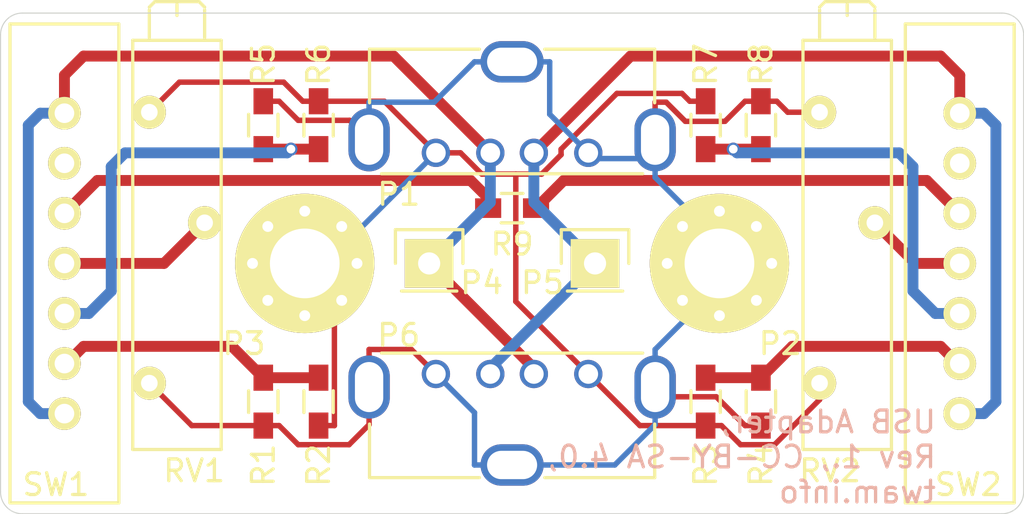
<source format=kicad_pcb>
(kicad_pcb (version 20171130) (host pcbnew "(5.1.12)-1")

  (general
    (thickness 1.6)
    (drawings 11)
    (tracks 147)
    (zones 0)
    (modules 19)
    (nets 15)
  )

  (page A4)
  (title_block
    (title "USB Adapter")
    (date 2016-04-20)
    (rev 1)
    (comment 1 "Grid Origin: 150, 100")
    (comment 4 "License: CC-BY-SA 4.0")
  )

  (layers
    (0 F.Cu signal)
    (31 B.Cu signal)
    (32 B.Adhes user hide)
    (33 F.Adhes user hide)
    (34 B.Paste user hide)
    (35 F.Paste user hide)
    (36 B.SilkS user hide)
    (37 F.SilkS user hide)
    (38 B.Mask user hide)
    (39 F.Mask user hide)
    (40 Dwgs.User user hide)
    (41 Cmts.User user hide)
    (42 Eco1.User user hide)
    (43 Eco2.User user hide)
    (44 Edge.Cuts user)
    (45 Margin user hide)
    (46 B.CrtYd user hide)
    (47 F.CrtYd user hide)
    (48 B.Fab user hide)
    (49 F.Fab user hide)
  )

  (setup
    (last_trace_width 0.25)
    (user_trace_width 0.5)
    (user_trace_width 1)
    (user_trace_width 2)
    (trace_clearance 0.15)
    (zone_clearance 0.2)
    (zone_45_only no)
    (trace_min 0.15)
    (via_size 0.6)
    (via_drill 0.4)
    (via_min_size 0.6)
    (via_min_drill 0.3)
    (uvia_size 0.3)
    (uvia_drill 0.1)
    (uvias_allowed no)
    (uvia_min_size 0.2)
    (uvia_min_drill 0.1)
    (edge_width 0.15)
    (segment_width 0.2)
    (pcb_text_width 0.3)
    (pcb_text_size 1.5 1.5)
    (mod_edge_width 0.15)
    (mod_text_size 1 1)
    (mod_text_width 0.15)
    (pad_size 2.2352 2.2352)
    (pad_drill 1.016)
    (pad_to_mask_clearance 0.2)
    (aux_axis_origin 0 0)
    (grid_origin 150 100)
    (visible_elements 7FFFFFFF)
    (pcbplotparams
      (layerselection 0x010fc_ffffffff)
      (usegerberextensions false)
      (usegerberattributes true)
      (usegerberadvancedattributes true)
      (creategerberjobfile true)
      (excludeedgelayer true)
      (linewidth 0.100000)
      (plotframeref false)
      (viasonmask false)
      (mode 1)
      (useauxorigin false)
      (hpglpennumber 1)
      (hpglpenspeed 20)
      (hpglpendiameter 15.000000)
      (psnegative false)
      (psa4output false)
      (plotreference true)
      (plotvalue true)
      (plotinvisibletext false)
      (padsonsilk false)
      (subtractmaskfromsilk false)
      (outputformat 1)
      (mirror false)
      (drillshape 0)
      (scaleselection 1)
      (outputdirectory "Gerber/"))
  )

  (net 0 "")
  (net 1 VCC)
  (net 2 /D-)
  (net 3 /D+)
  (net 4 GND)
  (net 5 "Net-(R1-Pad1)")
  (net 6 "Net-(R3-Pad1)")
  (net 7 "Net-(R5-Pad1)")
  (net 8 "Net-(R7-Pad1)")
  (net 9 "Net-(RV1-Pad2)")
  (net 10 "Net-(RV2-Pad2)")
  (net 11 "Net-(SW1-Pad1)")
  (net 12 "Net-(SW2-Pad1)")
  (net 13 "Net-(R9-Pad1)")
  (net 14 "Net-(R9-Pad2)")

  (net_class Default "This is the default net class."
    (clearance 0.15)
    (trace_width 0.25)
    (via_dia 0.6)
    (via_drill 0.4)
    (uvia_dia 0.3)
    (uvia_drill 0.1)
    (add_net /D+)
    (add_net /D-)
    (add_net GND)
    (add_net "Net-(R1-Pad1)")
    (add_net "Net-(R3-Pad1)")
    (add_net "Net-(R5-Pad1)")
    (add_net "Net-(R7-Pad1)")
    (add_net "Net-(R9-Pad1)")
    (add_net "Net-(R9-Pad2)")
    (add_net "Net-(RV1-Pad2)")
    (add_net "Net-(RV2-Pad2)")
    (add_net "Net-(SW1-Pad1)")
    (add_net "Net-(SW2-Pad1)")
    (add_net VCC)
  )

  (module Resistors_SMD:R_0603_HandSoldering (layer F.Cu) (tedit 57166897) (tstamp 57165F79)
    (at 138.57 106.35 270)
    (descr "Resistor SMD 0603, hand soldering")
    (tags "resistor 0603")
    (path /57165169)
    (attr smd)
    (fp_text reference R1 (at 2.921 0 270) (layer F.SilkS)
      (effects (font (size 1 1) (thickness 0.15)))
    )
    (fp_text value 49k9 (at 0 1.9 270) (layer F.Fab)
      (effects (font (size 1 1) (thickness 0.15)))
    )
    (fp_line (start -0.5 -0.675) (end 0.5 -0.675) (layer F.SilkS) (width 0.15))
    (fp_line (start 0.5 0.675) (end -0.5 0.675) (layer F.SilkS) (width 0.15))
    (fp_line (start 2 -0.8) (end 2 0.8) (layer F.CrtYd) (width 0.05))
    (fp_line (start -2 -0.8) (end -2 0.8) (layer F.CrtYd) (width 0.05))
    (fp_line (start -2 0.8) (end 2 0.8) (layer F.CrtYd) (width 0.05))
    (fp_line (start -2 -0.8) (end 2 -0.8) (layer F.CrtYd) (width 0.05))
    (pad 1 smd rect (at -1.1 0 270) (size 1.2 0.9) (layers F.Cu F.Paste F.Mask)
      (net 5 "Net-(R1-Pad1)"))
    (pad 2 smd rect (at 1.1 0 270) (size 1.2 0.9) (layers F.Cu F.Paste F.Mask)
      (net 4 GND))
    (model Resistors_SMD.3dshapes/R_0603_HandSoldering.wrl
      (at (xyz 0 0 0))
      (scale (xyz 1 1 1))
      (rotate (xyz 0 0 0))
    )
  )

  (module Resistors_SMD:R_0603_HandSoldering (layer F.Cu) (tedit 57166899) (tstamp 57165F7F)
    (at 141.11 106.35 90)
    (descr "Resistor SMD 0603, hand soldering")
    (tags "resistor 0603")
    (path /5716512B)
    (attr smd)
    (fp_text reference R2 (at -2.921 0 90) (layer F.SilkS)
      (effects (font (size 1 1) (thickness 0.15)))
    )
    (fp_text value 75k (at 0 1.9 90) (layer F.Fab)
      (effects (font (size 1 1) (thickness 0.15)))
    )
    (fp_line (start -0.5 -0.675) (end 0.5 -0.675) (layer F.SilkS) (width 0.15))
    (fp_line (start 0.5 0.675) (end -0.5 0.675) (layer F.SilkS) (width 0.15))
    (fp_line (start 2 -0.8) (end 2 0.8) (layer F.CrtYd) (width 0.05))
    (fp_line (start -2 -0.8) (end -2 0.8) (layer F.CrtYd) (width 0.05))
    (fp_line (start -2 0.8) (end 2 0.8) (layer F.CrtYd) (width 0.05))
    (fp_line (start -2 -0.8) (end 2 -0.8) (layer F.CrtYd) (width 0.05))
    (pad 1 smd rect (at -1.1 0 90) (size 1.2 0.9) (layers F.Cu F.Paste F.Mask)
      (net 1 VCC))
    (pad 2 smd rect (at 1.1 0 90) (size 1.2 0.9) (layers F.Cu F.Paste F.Mask)
      (net 5 "Net-(R1-Pad1)"))
    (model Resistors_SMD.3dshapes/R_0603_HandSoldering.wrl
      (at (xyz 0 0 0))
      (scale (xyz 1 1 1))
      (rotate (xyz 0 0 0))
    )
  )

  (module Resistors_SMD:R_0603_HandSoldering (layer F.Cu) (tedit 5716689C) (tstamp 57165F85)
    (at 158.89 106.35 270)
    (descr "Resistor SMD 0603, hand soldering")
    (tags "resistor 0603")
    (path /57165E72)
    (attr smd)
    (fp_text reference R3 (at 2.921 0 270) (layer F.SilkS)
      (effects (font (size 1 1) (thickness 0.15)))
    )
    (fp_text value 75k (at 0 1.9 270) (layer F.Fab)
      (effects (font (size 1 1) (thickness 0.15)))
    )
    (fp_line (start -0.5 -0.675) (end 0.5 -0.675) (layer F.SilkS) (width 0.15))
    (fp_line (start 0.5 0.675) (end -0.5 0.675) (layer F.SilkS) (width 0.15))
    (fp_line (start 2 -0.8) (end 2 0.8) (layer F.CrtYd) (width 0.05))
    (fp_line (start -2 -0.8) (end -2 0.8) (layer F.CrtYd) (width 0.05))
    (fp_line (start -2 0.8) (end 2 0.8) (layer F.CrtYd) (width 0.05))
    (fp_line (start -2 -0.8) (end 2 -0.8) (layer F.CrtYd) (width 0.05))
    (pad 1 smd rect (at -1.1 0 270) (size 1.2 0.9) (layers F.Cu F.Paste F.Mask)
      (net 6 "Net-(R3-Pad1)"))
    (pad 2 smd rect (at 1.1 0 270) (size 1.2 0.9) (layers F.Cu F.Paste F.Mask)
      (net 1 VCC))
    (model Resistors_SMD.3dshapes/R_0603_HandSoldering.wrl
      (at (xyz 0 0 0))
      (scale (xyz 1 1 1))
      (rotate (xyz 0 0 0))
    )
  )

  (module Resistors_SMD:R_0603_HandSoldering (layer F.Cu) (tedit 5716689E) (tstamp 57165F8B)
    (at 161.43 106.35 90)
    (descr "Resistor SMD 0603, hand soldering")
    (tags "resistor 0603")
    (path /57165EB4)
    (attr smd)
    (fp_text reference R4 (at -2.921 0 90) (layer F.SilkS)
      (effects (font (size 1 1) (thickness 0.15)))
    )
    (fp_text value 49k9 (at 0 1.9 90) (layer F.Fab)
      (effects (font (size 1 1) (thickness 0.15)))
    )
    (fp_line (start -0.5 -0.675) (end 0.5 -0.675) (layer F.SilkS) (width 0.15))
    (fp_line (start 0.5 0.675) (end -0.5 0.675) (layer F.SilkS) (width 0.15))
    (fp_line (start 2 -0.8) (end 2 0.8) (layer F.CrtYd) (width 0.05))
    (fp_line (start -2 -0.8) (end -2 0.8) (layer F.CrtYd) (width 0.05))
    (fp_line (start -2 0.8) (end 2 0.8) (layer F.CrtYd) (width 0.05))
    (fp_line (start -2 -0.8) (end 2 -0.8) (layer F.CrtYd) (width 0.05))
    (pad 1 smd rect (at -1.1 0 90) (size 1.2 0.9) (layers F.Cu F.Paste F.Mask)
      (net 4 GND))
    (pad 2 smd rect (at 1.1 0 90) (size 1.2 0.9) (layers F.Cu F.Paste F.Mask)
      (net 6 "Net-(R3-Pad1)"))
    (model Resistors_SMD.3dshapes/R_0603_HandSoldering.wrl
      (at (xyz 0 0 0))
      (scale (xyz 1 1 1))
      (rotate (xyz 0 0 0))
    )
  )

  (module Resistors_SMD:R_0603_HandSoldering (layer F.Cu) (tedit 57166894) (tstamp 57165F91)
    (at 138.57 93.65 90)
    (descr "Resistor SMD 0603, hand soldering")
    (tags "resistor 0603")
    (path /571658B9)
    (attr smd)
    (fp_text reference R5 (at 2.794 0 90) (layer F.SilkS)
      (effects (font (size 1 1) (thickness 0.15)))
    )
    (fp_text value 75k (at 0 1.9 90) (layer F.Fab)
      (effects (font (size 1 1) (thickness 0.15)))
    )
    (fp_line (start -0.5 -0.675) (end 0.5 -0.675) (layer F.SilkS) (width 0.15))
    (fp_line (start 0.5 0.675) (end -0.5 0.675) (layer F.SilkS) (width 0.15))
    (fp_line (start 2 -0.8) (end 2 0.8) (layer F.CrtYd) (width 0.05))
    (fp_line (start -2 -0.8) (end -2 0.8) (layer F.CrtYd) (width 0.05))
    (fp_line (start -2 0.8) (end 2 0.8) (layer F.CrtYd) (width 0.05))
    (fp_line (start -2 -0.8) (end 2 -0.8) (layer F.CrtYd) (width 0.05))
    (pad 1 smd rect (at -1.1 0 90) (size 1.2 0.9) (layers F.Cu F.Paste F.Mask)
      (net 7 "Net-(R5-Pad1)"))
    (pad 2 smd rect (at 1.1 0 90) (size 1.2 0.9) (layers F.Cu F.Paste F.Mask)
      (net 4 GND))
    (model Resistors_SMD.3dshapes/R_0603_HandSoldering.wrl
      (at (xyz 0 0 0))
      (scale (xyz 1 1 1))
      (rotate (xyz 0 0 0))
    )
  )

  (module Resistors_SMD:R_0603_HandSoldering (layer F.Cu) (tedit 57166891) (tstamp 57165F97)
    (at 141.11 93.65 270)
    (descr "Resistor SMD 0603, hand soldering")
    (tags "resistor 0603")
    (path /571658E5)
    (attr smd)
    (fp_text reference R6 (at -2.794 0 270) (layer F.SilkS)
      (effects (font (size 1 1) (thickness 0.15)))
    )
    (fp_text value 59k (at 0 1.9 270) (layer F.Fab)
      (effects (font (size 1 1) (thickness 0.15)))
    )
    (fp_line (start -0.5 -0.675) (end 0.5 -0.675) (layer F.SilkS) (width 0.15))
    (fp_line (start 0.5 0.675) (end -0.5 0.675) (layer F.SilkS) (width 0.15))
    (fp_line (start 2 -0.8) (end 2 0.8) (layer F.CrtYd) (width 0.05))
    (fp_line (start -2 -0.8) (end -2 0.8) (layer F.CrtYd) (width 0.05))
    (fp_line (start -2 0.8) (end 2 0.8) (layer F.CrtYd) (width 0.05))
    (fp_line (start -2 -0.8) (end 2 -0.8) (layer F.CrtYd) (width 0.05))
    (pad 1 smd rect (at -1.1 0 270) (size 1.2 0.9) (layers F.Cu F.Paste F.Mask)
      (net 1 VCC))
    (pad 2 smd rect (at 1.1 0 270) (size 1.2 0.9) (layers F.Cu F.Paste F.Mask)
      (net 7 "Net-(R5-Pad1)"))
    (model Resistors_SMD.3dshapes/R_0603_HandSoldering.wrl
      (at (xyz 0 0 0))
      (scale (xyz 1 1 1))
      (rotate (xyz 0 0 0))
    )
  )

  (module Resistors_SMD:R_0603_HandSoldering (layer F.Cu) (tedit 5716688C) (tstamp 57165F9D)
    (at 158.89 93.65 90)
    (descr "Resistor SMD 0603, hand soldering")
    (tags "resistor 0603")
    (path /57165CD8)
    (attr smd)
    (fp_text reference R7 (at 2.794 0 90) (layer F.SilkS)
      (effects (font (size 1 1) (thickness 0.15)))
    )
    (fp_text value 59k (at 0 1.9 90) (layer F.Fab)
      (effects (font (size 1 1) (thickness 0.15)))
    )
    (fp_line (start -0.5 -0.675) (end 0.5 -0.675) (layer F.SilkS) (width 0.15))
    (fp_line (start 0.5 0.675) (end -0.5 0.675) (layer F.SilkS) (width 0.15))
    (fp_line (start 2 -0.8) (end 2 0.8) (layer F.CrtYd) (width 0.05))
    (fp_line (start -2 -0.8) (end -2 0.8) (layer F.CrtYd) (width 0.05))
    (fp_line (start -2 0.8) (end 2 0.8) (layer F.CrtYd) (width 0.05))
    (fp_line (start -2 -0.8) (end 2 -0.8) (layer F.CrtYd) (width 0.05))
    (pad 1 smd rect (at -1.1 0 90) (size 1.2 0.9) (layers F.Cu F.Paste F.Mask)
      (net 8 "Net-(R7-Pad1)"))
    (pad 2 smd rect (at 1.1 0 90) (size 1.2 0.9) (layers F.Cu F.Paste F.Mask)
      (net 1 VCC))
    (model Resistors_SMD.3dshapes/R_0603_HandSoldering.wrl
      (at (xyz 0 0 0))
      (scale (xyz 1 1 1))
      (rotate (xyz 0 0 0))
    )
  )

  (module Resistors_SMD:R_0603_HandSoldering (layer F.Cu) (tedit 5716688F) (tstamp 57165FA3)
    (at 161.43 93.65 270)
    (descr "Resistor SMD 0603, hand soldering")
    (tags "resistor 0603")
    (path /57165D0A)
    (attr smd)
    (fp_text reference R8 (at -2.794 0 270) (layer F.SilkS)
      (effects (font (size 1 1) (thickness 0.15)))
    )
    (fp_text value 75k (at 0 1.9 270) (layer F.Fab)
      (effects (font (size 1 1) (thickness 0.15)))
    )
    (fp_line (start -0.5 -0.675) (end 0.5 -0.675) (layer F.SilkS) (width 0.15))
    (fp_line (start 0.5 0.675) (end -0.5 0.675) (layer F.SilkS) (width 0.15))
    (fp_line (start 2 -0.8) (end 2 0.8) (layer F.CrtYd) (width 0.05))
    (fp_line (start -2 -0.8) (end -2 0.8) (layer F.CrtYd) (width 0.05))
    (fp_line (start -2 0.8) (end 2 0.8) (layer F.CrtYd) (width 0.05))
    (fp_line (start -2 -0.8) (end 2 -0.8) (layer F.CrtYd) (width 0.05))
    (pad 1 smd rect (at -1.1 0 270) (size 1.2 0.9) (layers F.Cu F.Paste F.Mask)
      (net 4 GND))
    (pad 2 smd rect (at 1.1 0 270) (size 1.2 0.9) (layers F.Cu F.Paste F.Mask)
      (net 8 "Net-(R7-Pad1)"))
    (model Resistors_SMD.3dshapes/R_0603_HandSoldering.wrl
      (at (xyz 0 0 0))
      (scale (xyz 1 1 1))
      (rotate (xyz 0 0 0))
    )
  )

  (module Misc:MOLEX_105057-0001 (layer F.Cu) (tedit 571668CA) (tstamp 57165F59)
    (at 150 94.92)
    (path /571641A6)
    (fp_text reference P1 (at -5.207 1.905) (layer F.SilkS)
      (effects (font (size 1 1) (thickness 0.15)))
    )
    (fp_text value USB_A (at 0 -6.35) (layer F.Fab)
      (effects (font (size 1 1) (thickness 0.15)))
    )
    (fp_line (start -6.55 -4.76) (end -1.5 -4.76) (layer F.SilkS) (width 0.15))
    (fp_line (start 6.55 -4.76) (end 6.55 -2.3) (layer F.SilkS) (width 0.15))
    (fp_line (start -6 0.96) (end 6 0.96) (layer F.SilkS) (width 0.15))
    (fp_line (start -6.55 -4.76) (end -6.55 -2.3) (layer F.SilkS) (width 0.15))
    (fp_line (start 6.55 -4.76) (end 1.5 -4.76) (layer F.SilkS) (width 0.15))
    (fp_line (start -7.6 -5.2) (end 7.6 -5.2) (layer F.CrtYd) (width 0.05))
    (fp_line (start 7.6 1.05) (end 7.6 -5.2) (layer F.CrtYd) (width 0.05))
    (fp_line (start -7.6 1.05) (end 7.6 1.05) (layer F.CrtYd) (width 0.05))
    (fp_line (start -7.6 -5.2) (end -7.6 1.05) (layer F.CrtYd) (width 0.05))
    (pad 1 thru_hole circle (at -3.5 0) (size 1.3 1.3) (drill 0.9) (layers *.Cu *.Mask)
      (net 1 VCC))
    (pad 2 thru_hole circle (at -1 0) (size 1.3 1.3) (drill 0.9) (layers *.Cu *.Mask)
      (net 2 /D-))
    (pad 3 thru_hole circle (at 1 0) (size 1.3 1.3) (drill 0.9) (layers *.Cu *.Mask)
      (net 3 /D+))
    (pad 4 thru_hole circle (at 3.5 0) (size 1.3 1.3) (drill 0.9) (layers *.Cu *.Mask)
      (net 4 GND))
    (pad 5 thru_hole oval (at -6.57 -0.6) (size 1.9 2.9) (drill oval 1.3 2.3) (layers *.Cu *.Mask)
      (net 4 GND))
    (pad 5 thru_hole oval (at 6.57 -0.6) (size 1.9 2.9) (drill oval 1.3 2.3) (layers *.Cu *.Mask)
      (net 4 GND))
    (pad 5 thru_hole oval (at 0 -4.18) (size 2.9 1.9) (drill oval 2.3 1.3) (layers *.Cu *.Mask)
      (net 4 GND))
  )

  (module Mounting_Holes:MountingHole_3.2mm_M3_Pad_Via locked (layer F.Cu) (tedit 57166877) (tstamp 57165F66)
    (at 159.525 100)
    (descr "Mounting Hole 3.2mm, M3")
    (tags "mounting hole 3.2mm m3")
    (path /5716422A)
    (fp_text reference P2 (at 2.794 3.683) (layer F.SilkS)
      (effects (font (size 1 1) (thickness 0.15)))
    )
    (fp_text value GND (at 0 4.2) (layer F.Fab)
      (effects (font (size 1 1) (thickness 0.15)))
    )
    (fp_circle (center 0 0) (end 3.45 0) (layer F.CrtYd) (width 0.05))
    (fp_circle (center 0 0) (end 3.2 0) (layer Cmts.User) (width 0.15))
    (pad 1 thru_hole circle (at 0 0) (size 6.4 6.4) (drill 3.2) (layers *.Cu *.Mask F.SilkS)
      (net 4 GND))
    (pad "" thru_hole circle (at 2.4 0) (size 0.6 0.6) (drill 0.5) (layers *.Cu *.Mask))
    (pad "" thru_hole circle (at 1.697056 1.697056) (size 0.6 0.6) (drill 0.5) (layers *.Cu *.Mask))
    (pad "" thru_hole circle (at 0 2.4) (size 0.6 0.6) (drill 0.5) (layers *.Cu *.Mask))
    (pad "" thru_hole circle (at -1.697056 1.697056) (size 0.6 0.6) (drill 0.5) (layers *.Cu *.Mask))
    (pad "" thru_hole circle (at -2.4 0) (size 0.6 0.6) (drill 0.5) (layers *.Cu *.Mask))
    (pad "" thru_hole circle (at -1.697056 -1.697056) (size 0.6 0.6) (drill 0.5) (layers *.Cu *.Mask))
    (pad "" thru_hole circle (at 0 -2.4) (size 0.6 0.6) (drill 0.5) (layers *.Cu *.Mask))
    (pad "" thru_hole circle (at 1.697056 -1.697056) (size 0.6 0.6) (drill 0.5) (layers *.Cu *.Mask))
  )

  (module Mounting_Holes:MountingHole_3.2mm_M3_Pad_Via locked (layer F.Cu) (tedit 57166870) (tstamp 57165F73)
    (at 140.475 100)
    (descr "Mounting Hole 3.2mm, M3")
    (tags "mounting hole 3.2mm m3")
    (path /571641F9)
    (fp_text reference P3 (at -2.794 3.683) (layer F.SilkS)
      (effects (font (size 1 1) (thickness 0.15)))
    )
    (fp_text value 5V (at 0 4.2) (layer F.Fab)
      (effects (font (size 1 1) (thickness 0.15)))
    )
    (fp_circle (center 0 0) (end 3.45 0) (layer F.CrtYd) (width 0.05))
    (fp_circle (center 0 0) (end 3.2 0) (layer Cmts.User) (width 0.15))
    (pad 1 thru_hole circle (at 0 0) (size 6.4 6.4) (drill 3.2) (layers *.Cu *.Mask F.SilkS)
      (net 1 VCC))
    (pad "" thru_hole circle (at 2.4 0) (size 0.6 0.6) (drill 0.5) (layers *.Cu *.Mask))
    (pad "" thru_hole circle (at 1.697056 1.697056) (size 0.6 0.6) (drill 0.5) (layers *.Cu *.Mask))
    (pad "" thru_hole circle (at 0 2.4) (size 0.6 0.6) (drill 0.5) (layers *.Cu *.Mask))
    (pad "" thru_hole circle (at -1.697056 1.697056) (size 0.6 0.6) (drill 0.5) (layers *.Cu *.Mask))
    (pad "" thru_hole circle (at -2.4 0) (size 0.6 0.6) (drill 0.5) (layers *.Cu *.Mask))
    (pad "" thru_hole circle (at -1.697056 -1.697056) (size 0.6 0.6) (drill 0.5) (layers *.Cu *.Mask))
    (pad "" thru_hole circle (at 0 -2.4) (size 0.6 0.6) (drill 0.5) (layers *.Cu *.Mask))
    (pad "" thru_hole circle (at 1.697056 -1.697056) (size 0.6 0.6) (drill 0.5) (layers *.Cu *.Mask))
  )

  (module Potentiometers:Potentiometer_Bourns_3006P_Angular_ScrewFront (layer F.Cu) (tedit 57166844) (tstamp 57165FAA)
    (at 133.335 105.5 270)
    (descr "3/4, Rectangular, Trimpot, Trimming, Potentiometer, Bourns, 3006")
    (tags "3/4, Rectangular, Trimpot, Trimming, Potentiometer, Bourns, 3006")
    (path /57165191)
    (fp_text reference RV1 (at 4.025 -2.06) (layer F.SilkS)
      (effects (font (size 1 1) (thickness 0.15)))
    )
    (fp_text value 100k (at -6.35 3.81 270) (layer F.Fab)
      (effects (font (size 1 1) (thickness 0.15)))
    )
    (fp_line (start 3.048 -3.302) (end -15.748 -3.302) (layer F.SilkS) (width 0.15))
    (fp_line (start -15.748 0.762) (end 3.048 0.762) (layer F.SilkS) (width 0.15))
    (fp_line (start 3.048 0.762) (end 3.048 -3.302) (layer F.SilkS) (width 0.15))
    (fp_line (start -15.748 0.762) (end -15.748 -3.302) (layer F.SilkS) (width 0.15))
    (fp_line (start -17.399 -1.27) (end -16.891 -1.27) (layer F.SilkS) (width 0.15))
    (fp_line (start -15.875 0) (end -17.145 0) (layer F.SilkS) (width 0.15))
    (fp_line (start -15.875 -2.54) (end -17.145 -2.54) (layer F.SilkS) (width 0.15))
    (fp_line (start -17.526 -0.254) (end -17.272 0) (layer F.SilkS) (width 0.15))
    (fp_line (start -17.526 -1.27) (end -17.526 -0.254) (layer F.SilkS) (width 0.15))
    (fp_line (start -17.526 -2.286) (end -17.526 -1.27) (layer F.SilkS) (width 0.15))
    (fp_line (start -17.272 -2.54) (end -17.526 -2.286) (layer F.SilkS) (width 0.15))
    (pad 3 thru_hole circle (at -12.446 0 270) (size 1.524 1.524) (drill 0.762) (layers *.Cu *.Mask F.SilkS)
      (net 1 VCC))
    (pad 2 thru_hole circle (at -7.366 -2.54 270) (size 1.524 1.524) (drill 0.762) (layers *.Cu *.Mask F.SilkS)
      (net 9 "Net-(RV1-Pad2)"))
    (pad 1 thru_hole circle (at 0 0 270) (size 1.524 1.524) (drill 0.762) (layers *.Cu *.Mask F.SilkS)
      (net 4 GND))
    (model Potentiometers.3dshapes/Potentiometer_Bourns_3006P_Angular_ScrewFront.wrl
      (at (xyz 0 0 0))
      (scale (xyz 1 1 1))
      (rotate (xyz 0 0 0))
    )
  )

  (module Potentiometers:Potentiometer_Bourns_3006P_Angular_ScrewFront (layer F.Cu) (tedit 57166841) (tstamp 57165FB1)
    (at 164.125 105.5 270)
    (descr "3/4, Rectangular, Trimpot, Trimming, Potentiometer, Bourns, 3006")
    (tags "3/4, Rectangular, Trimpot, Trimming, Potentiometer, Bourns, 3006")
    (path /57165BB9)
    (fp_text reference RV2 (at 4.025 -0.48) (layer F.SilkS)
      (effects (font (size 1 1) (thickness 0.15)))
    )
    (fp_text value 100k (at -6.35 3.81 270) (layer F.Fab)
      (effects (font (size 1 1) (thickness 0.15)))
    )
    (fp_line (start 3.048 -3.302) (end -15.748 -3.302) (layer F.SilkS) (width 0.15))
    (fp_line (start -15.748 0.762) (end 3.048 0.762) (layer F.SilkS) (width 0.15))
    (fp_line (start 3.048 0.762) (end 3.048 -3.302) (layer F.SilkS) (width 0.15))
    (fp_line (start -15.748 0.762) (end -15.748 -3.302) (layer F.SilkS) (width 0.15))
    (fp_line (start -17.399 -1.27) (end -16.891 -1.27) (layer F.SilkS) (width 0.15))
    (fp_line (start -15.875 0) (end -17.145 0) (layer F.SilkS) (width 0.15))
    (fp_line (start -15.875 -2.54) (end -17.145 -2.54) (layer F.SilkS) (width 0.15))
    (fp_line (start -17.526 -0.254) (end -17.272 0) (layer F.SilkS) (width 0.15))
    (fp_line (start -17.526 -1.27) (end -17.526 -0.254) (layer F.SilkS) (width 0.15))
    (fp_line (start -17.526 -2.286) (end -17.526 -1.27) (layer F.SilkS) (width 0.15))
    (fp_line (start -17.272 -2.54) (end -17.526 -2.286) (layer F.SilkS) (width 0.15))
    (pad 3 thru_hole circle (at -12.446 0 270) (size 1.524 1.524) (drill 0.762) (layers *.Cu *.Mask F.SilkS)
      (net 4 GND))
    (pad 2 thru_hole circle (at -7.366 -2.54 270) (size 1.524 1.524) (drill 0.762) (layers *.Cu *.Mask F.SilkS)
      (net 10 "Net-(RV2-Pad2)"))
    (pad 1 thru_hole circle (at 0 0 270) (size 1.524 1.524) (drill 0.762) (layers *.Cu *.Mask F.SilkS)
      (net 1 VCC))
    (model Potentiometers.3dshapes/Potentiometer_Bourns_3006P_Angular_ScrewFront.wrl
      (at (xyz 0 0 0))
      (scale (xyz 1 1 1))
      (rotate (xyz 0 0 0))
    )
  )

  (module Misc:SLB1570 (layer F.Cu) (tedit 57166847) (tstamp 57165FC4)
    (at 129.435 100 270)
    (path /571650C4)
    (fp_text reference SW1 (at 10.16 0.39) (layer F.SilkS)
      (effects (font (size 1 1) (thickness 0.15)))
    )
    (fp_text value SP5T (at 0 -3.81 270) (layer F.Fab)
      (effects (font (size 1 1) (thickness 0.15)))
    )
    (fp_line (start 11 -2.5) (end -11 -2.5) (layer F.SilkS) (width 0.15))
    (fp_line (start 11 -2.5) (end 11 2.5) (layer F.SilkS) (width 0.15))
    (fp_line (start -11 2.5) (end 11 2.5) (layer F.SilkS) (width 0.15))
    (fp_line (start -11 -2.5) (end -11 2.5) (layer F.SilkS) (width 0.15))
    (fp_line (start -11.05 2.55) (end 11.05 2.55) (layer F.CrtYd) (width 0.05))
    (fp_line (start -11.05 -2.55) (end 11.05 -2.55) (layer F.CrtYd) (width 0.05))
    (fp_line (start -11.05 -2.55) (end -11.05 2.55) (layer F.CrtYd) (width 0.05))
    (fp_line (start 11.05 -2.55) (end 11.05 2.55) (layer F.CrtYd) (width 0.05))
    (pad C thru_hole circle (at -6.9 0 270) (size 1.5 1.5) (drill 0.9) (layers *.Cu *.Mask F.SilkS)
      (net 2 /D-))
    (pad 1 thru_hole circle (at -4.6 0 270) (size 1.5 1.5) (drill 0.9) (layers *.Cu *.Mask F.SilkS)
      (net 11 "Net-(SW1-Pad1)"))
    (pad 2 thru_hole circle (at -2.3 0 270) (size 1.5 1.5) (drill 0.9) (layers *.Cu *.Mask F.SilkS)
      (net 14 "Net-(R9-Pad2)"))
    (pad 3 thru_hole circle (at 0 0 270) (size 1.5 1.5) (drill 0.9) (layers *.Cu *.Mask F.SilkS)
      (net 9 "Net-(RV1-Pad2)"))
    (pad 4 thru_hole circle (at 2.3 0 270) (size 1.5 1.5) (drill 0.9) (layers *.Cu *.Mask F.SilkS)
      (net 7 "Net-(R5-Pad1)"))
    (pad 5 thru_hole circle (at 4.6 0 270) (size 1.5 1.5) (drill 0.9) (layers *.Cu *.Mask F.SilkS)
      (net 5 "Net-(R1-Pad1)"))
    (pad C thru_hole circle (at 6.9 0 270) (size 1.5 1.5) (drill 0.9) (layers *.Cu *.Mask F.SilkS)
      (net 2 /D-))
  )

  (module Misc:SLB1570 (layer F.Cu) (tedit 5716684A) (tstamp 57165FD7)
    (at 170.565 100 270)
    (path /571650FD)
    (fp_text reference SW2 (at 10.16 -0.39) (layer F.SilkS)
      (effects (font (size 1 1) (thickness 0.15)))
    )
    (fp_text value SP5T (at 0 -3.81 270) (layer F.Fab)
      (effects (font (size 1 1) (thickness 0.15)))
    )
    (fp_line (start 11 -2.5) (end -11 -2.5) (layer F.SilkS) (width 0.15))
    (fp_line (start 11 -2.5) (end 11 2.5) (layer F.SilkS) (width 0.15))
    (fp_line (start -11 2.5) (end 11 2.5) (layer F.SilkS) (width 0.15))
    (fp_line (start -11 -2.5) (end -11 2.5) (layer F.SilkS) (width 0.15))
    (fp_line (start -11.05 2.55) (end 11.05 2.55) (layer F.CrtYd) (width 0.05))
    (fp_line (start -11.05 -2.55) (end 11.05 -2.55) (layer F.CrtYd) (width 0.05))
    (fp_line (start -11.05 -2.55) (end -11.05 2.55) (layer F.CrtYd) (width 0.05))
    (fp_line (start 11.05 -2.55) (end 11.05 2.55) (layer F.CrtYd) (width 0.05))
    (pad C thru_hole circle (at -6.9 0 270) (size 1.5 1.5) (drill 0.9) (layers *.Cu *.Mask F.SilkS)
      (net 3 /D+))
    (pad 1 thru_hole circle (at -4.6 0 270) (size 1.5 1.5) (drill 0.9) (layers *.Cu *.Mask F.SilkS)
      (net 12 "Net-(SW2-Pad1)"))
    (pad 2 thru_hole circle (at -2.3 0 270) (size 1.5 1.5) (drill 0.9) (layers *.Cu *.Mask F.SilkS)
      (net 13 "Net-(R9-Pad1)"))
    (pad 3 thru_hole circle (at 0 0 270) (size 1.5 1.5) (drill 0.9) (layers *.Cu *.Mask F.SilkS)
      (net 10 "Net-(RV2-Pad2)"))
    (pad 4 thru_hole circle (at 2.3 0 270) (size 1.5 1.5) (drill 0.9) (layers *.Cu *.Mask F.SilkS)
      (net 8 "Net-(R7-Pad1)"))
    (pad 5 thru_hole circle (at 4.6 0 270) (size 1.5 1.5) (drill 0.9) (layers *.Cu *.Mask F.SilkS)
      (net 6 "Net-(R3-Pad1)"))
    (pad C thru_hole circle (at 6.9 0 270) (size 1.5 1.5) (drill 0.9) (layers *.Cu *.Mask F.SilkS)
      (net 3 /D+))
  )

  (module Resistors_SMD:R_0603_HandSoldering (layer F.Cu) (tedit 5716687D) (tstamp 57166CE3)
    (at 150 97.46 180)
    (descr "Resistor SMD 0603, hand soldering")
    (tags "resistor 0603")
    (path /57166EE6)
    (attr smd)
    (fp_text reference R9 (at 0 -1.651 180) (layer F.SilkS)
      (effects (font (size 1 1) (thickness 0.15)))
    )
    (fp_text value 0R (at 0 1.9 180) (layer F.Fab)
      (effects (font (size 1 1) (thickness 0.15)))
    )
    (fp_line (start -0.5 -0.675) (end 0.5 -0.675) (layer F.SilkS) (width 0.15))
    (fp_line (start 0.5 0.675) (end -0.5 0.675) (layer F.SilkS) (width 0.15))
    (fp_line (start 2 -0.8) (end 2 0.8) (layer F.CrtYd) (width 0.05))
    (fp_line (start -2 -0.8) (end -2 0.8) (layer F.CrtYd) (width 0.05))
    (fp_line (start -2 0.8) (end 2 0.8) (layer F.CrtYd) (width 0.05))
    (fp_line (start -2 -0.8) (end 2 -0.8) (layer F.CrtYd) (width 0.05))
    (pad 1 smd rect (at -1.1 0 180) (size 1.2 0.9) (layers F.Cu F.Paste F.Mask)
      (net 13 "Net-(R9-Pad1)"))
    (pad 2 smd rect (at 1.1 0 180) (size 1.2 0.9) (layers F.Cu F.Paste F.Mask)
      (net 14 "Net-(R9-Pad2)"))
    (model Resistors_SMD.3dshapes/R_0603_HandSoldering.wrl
      (at (xyz 0 0 0))
      (scale (xyz 1 1 1))
      (rotate (xyz 0 0 0))
    )
  )

  (module Pin_Headers:Pin_Header_Straight_1x01 (layer F.Cu) (tedit 571668D8) (tstamp 57166ED6)
    (at 146.19 100)
    (descr "Through hole pin header")
    (tags "pin header")
    (path /571670AA)
    (fp_text reference P4 (at 2.413 0.889) (layer F.SilkS)
      (effects (font (size 1 1) (thickness 0.15)))
    )
    (fp_text value D- (at 0 -3.1) (layer F.Fab)
      (effects (font (size 1 1) (thickness 0.15)))
    )
    (fp_line (start -1.27 1.27) (end 1.27 1.27) (layer F.SilkS) (width 0.15))
    (fp_line (start -1.55 -1.55) (end 1.55 -1.55) (layer F.SilkS) (width 0.15))
    (fp_line (start -1.55 0) (end -1.55 -1.55) (layer F.SilkS) (width 0.15))
    (fp_line (start -1.75 1.75) (end 1.75 1.75) (layer F.CrtYd) (width 0.05))
    (fp_line (start -1.75 -1.75) (end 1.75 -1.75) (layer F.CrtYd) (width 0.05))
    (fp_line (start 1.75 -1.75) (end 1.75 1.75) (layer F.CrtYd) (width 0.05))
    (fp_line (start -1.75 -1.75) (end -1.75 1.75) (layer F.CrtYd) (width 0.05))
    (fp_line (start 1.55 -1.55) (end 1.55 0) (layer F.SilkS) (width 0.15))
    (pad 1 thru_hole rect (at 0 0) (size 2.2352 2.2352) (drill 1.016) (layers *.Cu *.Mask F.SilkS)
      (net 2 /D-))
    (model Pin_Headers.3dshapes/Pin_Header_Straight_1x01.wrl
      (at (xyz 0 0 0))
      (scale (xyz 1 1 1))
      (rotate (xyz 0 0 90))
    )
  )

  (module Pin_Headers:Pin_Header_Straight_1x01 (layer F.Cu) (tedit 571668DA) (tstamp 57166EDB)
    (at 153.81 100)
    (descr "Through hole pin header")
    (tags "pin header")
    (path /57167171)
    (fp_text reference P5 (at -2.413 0.889) (layer F.SilkS)
      (effects (font (size 1 1) (thickness 0.15)))
    )
    (fp_text value D+ (at 0 -3.1) (layer F.Fab)
      (effects (font (size 1 1) (thickness 0.15)))
    )
    (fp_line (start -1.27 1.27) (end 1.27 1.27) (layer F.SilkS) (width 0.15))
    (fp_line (start -1.55 -1.55) (end 1.55 -1.55) (layer F.SilkS) (width 0.15))
    (fp_line (start -1.55 0) (end -1.55 -1.55) (layer F.SilkS) (width 0.15))
    (fp_line (start -1.75 1.75) (end 1.75 1.75) (layer F.CrtYd) (width 0.05))
    (fp_line (start -1.75 -1.75) (end 1.75 -1.75) (layer F.CrtYd) (width 0.05))
    (fp_line (start 1.75 -1.75) (end 1.75 1.75) (layer F.CrtYd) (width 0.05))
    (fp_line (start -1.75 -1.75) (end -1.75 1.75) (layer F.CrtYd) (width 0.05))
    (fp_line (start 1.55 -1.55) (end 1.55 0) (layer F.SilkS) (width 0.15))
    (pad 1 thru_hole rect (at 0 0) (size 2.2352 2.2352) (drill 1.016) (layers *.Cu *.Mask F.SilkS)
      (net 3 /D+))
    (model Pin_Headers.3dshapes/Pin_Header_Straight_1x01.wrl
      (at (xyz 0 0 0))
      (scale (xyz 1 1 1))
      (rotate (xyz 0 0 90))
    )
  )

  (module Misc:MOLEX_105057-0001 (layer F.Cu) (tedit 571668C9) (tstamp 57167196)
    (at 150 105.08 180)
    (path /5716772C)
    (fp_text reference P6 (at 5.207 1.778 180) (layer F.SilkS)
      (effects (font (size 1 1) (thickness 0.15)))
    )
    (fp_text value USB_A (at 0 -6.35 180) (layer F.Fab)
      (effects (font (size 1 1) (thickness 0.15)))
    )
    (fp_line (start -6.55 -4.76) (end -1.5 -4.76) (layer F.SilkS) (width 0.15))
    (fp_line (start 6.55 -4.76) (end 6.55 -2.3) (layer F.SilkS) (width 0.15))
    (fp_line (start -6 0.96) (end 6 0.96) (layer F.SilkS) (width 0.15))
    (fp_line (start -6.55 -4.76) (end -6.55 -2.3) (layer F.SilkS) (width 0.15))
    (fp_line (start 6.55 -4.76) (end 1.5 -4.76) (layer F.SilkS) (width 0.15))
    (fp_line (start -7.6 -5.2) (end 7.6 -5.2) (layer F.CrtYd) (width 0.05))
    (fp_line (start 7.6 1.05) (end 7.6 -5.2) (layer F.CrtYd) (width 0.05))
    (fp_line (start -7.6 1.05) (end 7.6 1.05) (layer F.CrtYd) (width 0.05))
    (fp_line (start -7.6 -5.2) (end -7.6 1.05) (layer F.CrtYd) (width 0.05))
    (pad 1 thru_hole circle (at -3.5 0 180) (size 1.3 1.3) (drill 0.9) (layers *.Cu *.Mask)
      (net 1 VCC))
    (pad 2 thru_hole circle (at -1 0 180) (size 1.3 1.3) (drill 0.9) (layers *.Cu *.Mask)
      (net 2 /D-))
    (pad 3 thru_hole circle (at 1 0 180) (size 1.3 1.3) (drill 0.9) (layers *.Cu *.Mask)
      (net 3 /D+))
    (pad 4 thru_hole circle (at 3.5 0 180) (size 1.3 1.3) (drill 0.9) (layers *.Cu *.Mask)
      (net 4 GND))
    (pad 5 thru_hole oval (at -6.57 -0.6 180) (size 1.9 2.9) (drill oval 1.3 2.3) (layers *.Cu *.Mask)
      (net 4 GND))
    (pad 5 thru_hole oval (at 6.57 -0.6 180) (size 1.9 2.9) (drill oval 1.3 2.3) (layers *.Cu *.Mask)
      (net 4 GND))
    (pad 5 thru_hole oval (at 0 -4.18 180) (size 2.9 1.9) (drill oval 2.3 1.3) (layers *.Cu *.Mask)
      (net 4 GND))
  )

  (gr_text "USB Adapter,\nRev 1., CC-BY-SA 4.0,\ntwam.info" (at 169.558 108.89) (layer B.SilkS)
    (effects (font (size 1 1) (thickness 0.15)) (justify left mirror))
  )
  (gr_arc (start 127.5 110.5) (end 127.5 111.5) (angle 90) (layer Edge.Cuts) (width 0.05))
  (gr_arc (start 172.5 110.5) (end 173.5 110.5) (angle 90) (layer Edge.Cuts) (width 0.05))
  (gr_arc (start 172.5 89.5) (end 172.5 88.5) (angle 90) (layer Edge.Cuts) (width 0.05))
  (gr_arc (start 127.5 89.5) (end 126.5 89.5) (angle 90) (layer Edge.Cuts) (width 0.05))
  (gr_circle (center 178.575 100) (end 178.575 103) (layer Cmts.User) (width 0.2))
  (gr_circle (center 121.425 100) (end 121.425 103) (layer Cmts.User) (width 0.2))
  (gr_line (start 172.5 88.5) (end 127.5 88.5) (angle 90) (layer Edge.Cuts) (width 0.05))
  (gr_line (start 173.5 110.5) (end 173.5 89.5) (angle 90) (layer Edge.Cuts) (width 0.05))
  (gr_line (start 127.5 111.5) (end 172.5 111.5) (angle 90) (layer Edge.Cuts) (width 0.05))
  (gr_line (start 126.5 89.5) (end 126.5 110.5) (angle 90) (layer Edge.Cuts) (width 0.05))

  (segment (start 141.11 107.45) (end 141.8369 107.45) (width 0.25) (layer F.Cu) (net 1))
  (segment (start 141.8369 107.45) (end 141.8369 102.4306) (width 0.25) (layer F.Cu) (net 1))
  (segment (start 141.8369 102.4306) (end 140.475 101.0687) (width 0.25) (layer F.Cu) (net 1))
  (segment (start 140.475 101.0687) (end 140.475 100) (width 0.25) (layer F.Cu) (net 1))
  (segment (start 150.1699 95.897) (end 148.6067 95.897) (width 0.25) (layer F.Cu) (net 1))
  (segment (start 148.6067 95.897) (end 147.6297 94.92) (width 0.25) (layer F.Cu) (net 1))
  (segment (start 147.6297 94.92) (end 146.5 94.92) (width 0.25) (layer F.Cu) (net 1))
  (segment (start 158.1631 92.55) (end 157.8037 92.1906) (width 0.25) (layer F.Cu) (net 1))
  (segment (start 157.8037 92.1906) (end 154.8146 92.1906) (width 0.25) (layer F.Cu) (net 1))
  (segment (start 154.8146 92.1906) (end 152.2501 94.7551) (width 0.25) (layer F.Cu) (net 1))
  (segment (start 152.2501 94.7551) (end 152.2501 95.0059) (width 0.25) (layer F.Cu) (net 1))
  (segment (start 152.2501 95.0059) (end 151.359 95.897) (width 0.25) (layer F.Cu) (net 1))
  (segment (start 151.359 95.897) (end 150.1699 95.897) (width 0.25) (layer F.Cu) (net 1))
  (segment (start 150.1699 95.897) (end 150.1699 101.7499) (width 0.25) (layer F.Cu) (net 1))
  (segment (start 150.1699 101.7499) (end 153.5 105.08) (width 0.25) (layer F.Cu) (net 1))
  (segment (start 153.5 105.08) (end 155.87 107.45) (width 0.25) (layer F.Cu) (net 1))
  (segment (start 155.87 107.45) (end 158.89 107.45) (width 0.25) (layer F.Cu) (net 1))
  (segment (start 158.89 107.45) (end 159.6169 107.45) (width 0.25) (layer F.Cu) (net 1))
  (segment (start 164.125 105.5) (end 164.125 106.2592) (width 0.25) (layer F.Cu) (net 1))
  (segment (start 164.125 106.2592) (end 162.0573 108.3269) (width 0.25) (layer F.Cu) (net 1))
  (segment (start 162.0573 108.3269) (end 160.4938 108.3269) (width 0.25) (layer F.Cu) (net 1))
  (segment (start 160.4938 108.3269) (end 159.6169 107.45) (width 0.25) (layer F.Cu) (net 1))
  (segment (start 158.89 92.55) (end 158.1631 92.55) (width 0.25) (layer F.Cu) (net 1))
  (segment (start 146.5 94.92) (end 144.13 92.55) (width 0.25) (layer F.Cu) (net 1))
  (segment (start 144.13 92.55) (end 141.11 92.55) (width 0.25) (layer F.Cu) (net 1))
  (segment (start 146.5 94.92) (end 141.42 100) (width 0.25) (layer B.Cu) (net 1))
  (segment (start 141.42 100) (end 140.475 100) (width 0.25) (layer B.Cu) (net 1))
  (segment (start 141.11 92.55) (end 140.3831 92.55) (width 0.25) (layer F.Cu) (net 1))
  (segment (start 140.3831 92.55) (end 139.5062 91.6731) (width 0.25) (layer F.Cu) (net 1))
  (segment (start 139.5062 91.6731) (end 134.7159 91.6731) (width 0.25) (layer F.Cu) (net 1))
  (segment (start 134.7159 91.6731) (end 133.335 93.054) (width 0.25) (layer F.Cu) (net 1))
  (segment (start 129.435 93.1) (end 129.435 91.355) (width 0.5) (layer F.Cu) (net 2))
  (segment (start 129.435 91.355) (end 130.315 90.475) (width 0.5) (layer F.Cu) (net 2))
  (segment (start 130.315 90.475) (end 144.555 90.475) (width 0.5) (layer F.Cu) (net 2))
  (segment (start 144.555 90.475) (end 149 94.92) (width 0.5) (layer F.Cu) (net 2))
  (segment (start 149 94.92) (end 149 97.19) (width 0.5) (layer B.Cu) (net 2))
  (segment (start 149 97.19) (end 146.19 100) (width 0.5) (layer B.Cu) (net 2))
  (segment (start 129.435 93.1) (end 128.325 93.1) (width 0.5) (layer B.Cu) (net 2))
  (segment (start 128.325 93.1) (end 127.775 93.65) (width 0.5) (layer B.Cu) (net 2))
  (segment (start 127.775 93.65) (end 127.775 106.35) (width 0.5) (layer B.Cu) (net 2))
  (segment (start 127.775 106.35) (end 128.325 106.9) (width 0.5) (layer B.Cu) (net 2))
  (segment (start 128.325 106.9) (end 129.435 106.9) (width 0.5) (layer B.Cu) (net 2))
  (segment (start 151 105.08) (end 151 104.81) (width 0.5) (layer F.Cu) (net 2))
  (segment (start 151 104.81) (end 146.19 100) (width 0.5) (layer F.Cu) (net 2))
  (segment (start 170.565 93.1) (end 170.565 91.355) (width 0.5) (layer F.Cu) (net 3))
  (segment (start 170.565 91.355) (end 169.685 90.475) (width 0.5) (layer F.Cu) (net 3))
  (segment (start 169.685 90.475) (end 155.445 90.475) (width 0.5) (layer F.Cu) (net 3))
  (segment (start 155.445 90.475) (end 151 94.92) (width 0.5) (layer F.Cu) (net 3))
  (segment (start 151 94.92) (end 151 97.19) (width 0.5) (layer B.Cu) (net 3))
  (segment (start 151 97.19) (end 153.81 100) (width 0.5) (layer B.Cu) (net 3))
  (segment (start 170.565 93.1) (end 171.675 93.1) (width 0.5) (layer B.Cu) (net 3))
  (segment (start 171.675 93.1) (end 172.225 93.65) (width 0.5) (layer B.Cu) (net 3))
  (segment (start 172.225 93.65) (end 172.225 106.35) (width 0.5) (layer B.Cu) (net 3))
  (segment (start 172.225 106.35) (end 171.675 106.9) (width 0.5) (layer B.Cu) (net 3))
  (segment (start 171.675 106.9) (end 170.565 106.9) (width 0.5) (layer B.Cu) (net 3))
  (segment (start 149 105.08) (end 149 104.81) (width 0.5) (layer B.Cu) (net 3))
  (segment (start 149 104.81) (end 153.81 100) (width 0.5) (layer B.Cu) (net 3))
  (segment (start 143.43 105.68) (end 143.43 103.9531) (width 0.25) (layer F.Cu) (net 4))
  (segment (start 146.5 105.08) (end 145.3731 103.9531) (width 0.25) (layer F.Cu) (net 4))
  (segment (start 145.3731 103.9531) (end 143.43 103.9531) (width 0.25) (layer F.Cu) (net 4))
  (segment (start 138.57 107.45) (end 139.2969 107.45) (width 0.25) (layer F.Cu) (net 4))
  (segment (start 143.43 105.68) (end 143.43 107.4069) (width 0.25) (layer F.Cu) (net 4))
  (segment (start 143.43 107.4069) (end 142.51 108.3269) (width 0.25) (layer F.Cu) (net 4))
  (segment (start 142.51 108.3269) (end 140.1738 108.3269) (width 0.25) (layer F.Cu) (net 4))
  (segment (start 140.1738 108.3269) (end 139.2969 107.45) (width 0.25) (layer F.Cu) (net 4))
  (segment (start 161.43 107.45) (end 160.7031 107.45) (width 0.25) (layer F.Cu) (net 4))
  (segment (start 156.57 105.68) (end 157.0171 106.1271) (width 0.25) (layer F.Cu) (net 4))
  (segment (start 157.0171 106.1271) (end 159.3802 106.1271) (width 0.25) (layer F.Cu) (net 4))
  (segment (start 159.3802 106.1271) (end 160.7031 107.45) (width 0.25) (layer F.Cu) (net 4))
  (segment (start 156.57 95.1834) (end 153.7634 95.1834) (width 0.25) (layer B.Cu) (net 4))
  (segment (start 153.7634 95.1834) (end 153.5 94.92) (width 0.25) (layer B.Cu) (net 4))
  (segment (start 156.57 95.1834) (end 156.57 96.0469) (width 0.25) (layer B.Cu) (net 4))
  (segment (start 156.57 94.32) (end 156.57 95.1834) (width 0.25) (layer B.Cu) (net 4))
  (segment (start 150 109.26) (end 148.2731 109.26) (width 0.25) (layer B.Cu) (net 4))
  (segment (start 148.2731 109.26) (end 148.2731 106.8531) (width 0.25) (layer B.Cu) (net 4))
  (segment (start 148.2731 106.8531) (end 146.5 105.08) (width 0.25) (layer B.Cu) (net 4))
  (segment (start 150 109.26) (end 154.7169 109.26) (width 0.25) (layer B.Cu) (net 4))
  (segment (start 154.7169 109.26) (end 156.57 107.4069) (width 0.25) (layer B.Cu) (net 4))
  (segment (start 156.57 105.68) (end 156.57 107.4069) (width 0.25) (layer B.Cu) (net 4))
  (segment (start 156.57 105.68) (end 156.57 103.9531) (width 0.25) (layer B.Cu) (net 4))
  (segment (start 159.525 100) (end 159.525 100.9981) (width 0.25) (layer B.Cu) (net 4))
  (segment (start 159.525 100.9981) (end 156.57 103.9531) (width 0.25) (layer B.Cu) (net 4))
  (segment (start 156.57 96.0469) (end 159.525 99.0019) (width 0.25) (layer B.Cu) (net 4))
  (segment (start 159.525 99.0019) (end 159.525 100) (width 0.25) (layer B.Cu) (net 4))
  (segment (start 133.335 105.5) (end 135.285 107.45) (width 0.25) (layer F.Cu) (net 4))
  (segment (start 135.285 107.45) (end 138.57 107.45) (width 0.25) (layer F.Cu) (net 4))
  (segment (start 138.57 92.55) (end 139.2969 92.55) (width 0.25) (layer F.Cu) (net 4))
  (segment (start 139.2969 92.55) (end 140.1738 93.4269) (width 0.25) (layer F.Cu) (net 4))
  (segment (start 140.1738 93.4269) (end 142.5369 93.4269) (width 0.25) (layer F.Cu) (net 4))
  (segment (start 142.5369 93.4269) (end 143.43 94.32) (width 0.25) (layer F.Cu) (net 4))
  (segment (start 156.57 94.32) (end 156.57 92.5931) (width 0.25) (layer F.Cu) (net 4))
  (segment (start 156.57 92.5931) (end 157.0781 92.5931) (width 0.25) (layer F.Cu) (net 4))
  (segment (start 157.0781 92.5931) (end 157.9581 93.4731) (width 0.25) (layer F.Cu) (net 4))
  (segment (start 157.9581 93.4731) (end 159.78 93.4731) (width 0.25) (layer F.Cu) (net 4))
  (segment (start 159.78 93.4731) (end 160.7031 92.55) (width 0.25) (layer F.Cu) (net 4))
  (segment (start 161.43 92.55) (end 160.7031 92.55) (width 0.25) (layer F.Cu) (net 4))
  (segment (start 150 90.74) (end 148.2731 90.74) (width 0.25) (layer B.Cu) (net 4))
  (segment (start 143.43 94.32) (end 143.43 92.5931) (width 0.25) (layer B.Cu) (net 4))
  (segment (start 143.43 92.5931) (end 146.42 92.5931) (width 0.25) (layer B.Cu) (net 4))
  (segment (start 146.42 92.5931) (end 148.2731 90.74) (width 0.25) (layer B.Cu) (net 4))
  (segment (start 150 90.74) (end 151.7269 90.74) (width 0.25) (layer B.Cu) (net 4))
  (segment (start 151.7269 90.74) (end 151.7269 93.1469) (width 0.25) (layer B.Cu) (net 4))
  (segment (start 151.7269 93.1469) (end 153.5 94.92) (width 0.25) (layer B.Cu) (net 4))
  (segment (start 161.43 92.55) (end 162.1569 92.55) (width 0.25) (layer F.Cu) (net 4))
  (segment (start 164.125 93.054) (end 162.6609 93.054) (width 0.25) (layer F.Cu) (net 4))
  (segment (start 162.6609 93.054) (end 162.1569 92.55) (width 0.25) (layer F.Cu) (net 4))
  (segment (start 138.57 105.25) (end 141.11 105.25) (width 0.5) (layer F.Cu) (net 5))
  (segment (start 129.435 104.6) (end 129.525 104.6) (width 0.5) (layer F.Cu) (net 5))
  (segment (start 129.525 104.6) (end 130.315 103.81) (width 0.5) (layer F.Cu) (net 5))
  (segment (start 130.315 103.81) (end 137.13 103.81) (width 0.5) (layer F.Cu) (net 5))
  (segment (start 137.13 103.81) (end 138.57 105.25) (width 0.5) (layer F.Cu) (net 5))
  (segment (start 158.89 105.25) (end 161.43 105.25) (width 0.5) (layer F.Cu) (net 6))
  (segment (start 170.565 104.6) (end 170.475 104.6) (width 0.5) (layer F.Cu) (net 6))
  (segment (start 170.475 104.6) (end 169.685 103.81) (width 0.5) (layer F.Cu) (net 6))
  (segment (start 169.685 103.81) (end 162.87 103.81) (width 0.5) (layer F.Cu) (net 6))
  (segment (start 162.87 103.81) (end 161.43 105.25) (width 0.5) (layer F.Cu) (net 6))
  (segment (start 139.84 94.75) (end 141.11 94.75) (width 0.5) (layer F.Cu) (net 7))
  (segment (start 138.57 94.75) (end 139.84 94.75) (width 0.5) (layer F.Cu) (net 7))
  (segment (start 129.435 102.3) (end 130.555 102.3) (width 0.5) (layer B.Cu) (net 7))
  (segment (start 130.555 102.3) (end 131.585 101.27) (width 0.5) (layer B.Cu) (net 7))
  (segment (start 131.585 101.27) (end 131.585 95.555) (width 0.5) (layer B.Cu) (net 7))
  (segment (start 131.585 95.555) (end 132.22 94.92) (width 0.5) (layer B.Cu) (net 7))
  (segment (start 132.22 94.92) (end 139.67 94.92) (width 0.5) (layer B.Cu) (net 7))
  (segment (start 139.67 94.92) (end 139.84 94.75) (width 0.5) (layer B.Cu) (net 7))
  (via (at 139.84 94.75) (size 0.6) (layers F.Cu B.Cu) (net 7))
  (segment (start 160.16 94.75) (end 161.43 94.75) (width 0.5) (layer F.Cu) (net 8))
  (segment (start 158.89 94.75) (end 160.16 94.75) (width 0.5) (layer F.Cu) (net 8))
  (segment (start 170.565 102.3) (end 169.445 102.3) (width 0.5) (layer B.Cu) (net 8))
  (segment (start 169.445 102.3) (end 168.415 101.27) (width 0.5) (layer B.Cu) (net 8))
  (segment (start 168.415 101.27) (end 168.415 95.555) (width 0.5) (layer B.Cu) (net 8))
  (segment (start 168.415 95.555) (end 167.78 94.92) (width 0.5) (layer B.Cu) (net 8))
  (segment (start 167.78 94.92) (end 160.33 94.92) (width 0.5) (layer B.Cu) (net 8))
  (segment (start 160.33 94.92) (end 160.16 94.75) (width 0.5) (layer B.Cu) (net 8))
  (via (at 160.16 94.75) (size 0.6) (layers F.Cu B.Cu) (net 8))
  (segment (start 129.435 100) (end 134.009 100) (width 0.5) (layer F.Cu) (net 9))
  (segment (start 134.009 100) (end 135.875 98.134) (width 0.5) (layer F.Cu) (net 9))
  (segment (start 170.565 100) (end 168.531 100) (width 0.5) (layer F.Cu) (net 10))
  (segment (start 168.531 100) (end 166.665 98.134) (width 0.5) (layer F.Cu) (net 10))
  (segment (start 170.565 97.7) (end 170.56 97.7) (width 0.5) (layer F.Cu) (net 13))
  (segment (start 170.56 97.7) (end 169.05 96.19) (width 0.5) (layer F.Cu) (net 13))
  (segment (start 169.05 96.19) (end 152.37 96.19) (width 0.5) (layer F.Cu) (net 13))
  (segment (start 152.37 96.19) (end 151.1 97.46) (width 0.5) (layer F.Cu) (net 13))
  (segment (start 129.435 97.7) (end 129.44 97.7) (width 0.5) (layer F.Cu) (net 14))
  (segment (start 129.44 97.7) (end 130.95 96.19) (width 0.5) (layer F.Cu) (net 14))
  (segment (start 130.95 96.19) (end 148.095 96.19) (width 0.5) (layer F.Cu) (net 14))
  (segment (start 148.095 96.19) (end 148.9 96.995) (width 0.5) (layer F.Cu) (net 14))
  (segment (start 148.9 96.995) (end 148.9 97.46) (width 0.5) (layer F.Cu) (net 14))

)

</source>
